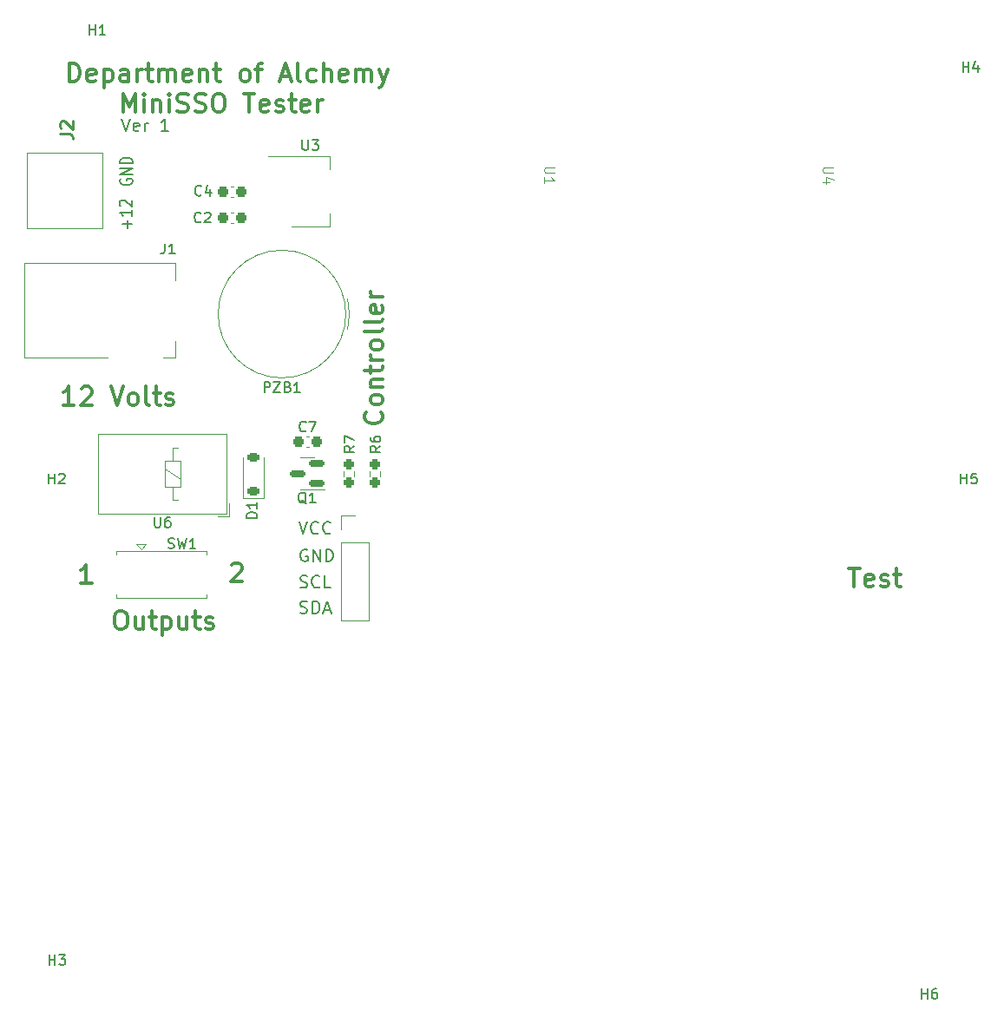
<source format=gto>
G04 #@! TF.GenerationSoftware,KiCad,Pcbnew,7.0.1*
G04 #@! TF.CreationDate,2023-05-15T21:33:36-05:00*
G04 #@! TF.ProjectId,MiniSSO-Tester,4d696e69-5353-44f2-9d54-65737465722e,1*
G04 #@! TF.SameCoordinates,Original*
G04 #@! TF.FileFunction,Legend,Top*
G04 #@! TF.FilePolarity,Positive*
%FSLAX46Y46*%
G04 Gerber Fmt 4.6, Leading zero omitted, Abs format (unit mm)*
G04 Created by KiCad (PCBNEW 7.0.1) date 2023-05-15 21:33:36*
%MOMM*%
%LPD*%
G01*
G04 APERTURE LIST*
G04 Aperture macros list*
%AMRoundRect*
0 Rectangle with rounded corners*
0 $1 Rounding radius*
0 $2 $3 $4 $5 $6 $7 $8 $9 X,Y pos of 4 corners*
0 Add a 4 corners polygon primitive as box body*
4,1,4,$2,$3,$4,$5,$6,$7,$8,$9,$2,$3,0*
0 Add four circle primitives for the rounded corners*
1,1,$1+$1,$2,$3*
1,1,$1+$1,$4,$5*
1,1,$1+$1,$6,$7*
1,1,$1+$1,$8,$9*
0 Add four rect primitives between the rounded corners*
20,1,$1+$1,$2,$3,$4,$5,0*
20,1,$1+$1,$4,$5,$6,$7,0*
20,1,$1+$1,$6,$7,$8,$9,0*
20,1,$1+$1,$8,$9,$2,$3,0*%
G04 Aperture macros list end*
%ADD10C,0.200000*%
%ADD11C,0.300000*%
%ADD12C,0.150000*%
%ADD13C,0.254000*%
%ADD14C,0.100000*%
%ADD15C,0.120000*%
%ADD16C,3.200000*%
%ADD17R,1.700000X1.700000*%
%ADD18O,1.700000X1.700000*%
%ADD19RoundRect,0.237500X0.300000X0.237500X-0.300000X0.237500X-0.300000X-0.237500X0.300000X-0.237500X0*%
%ADD20C,2.700000*%
%ADD21RoundRect,0.237500X-0.300000X-0.237500X0.300000X-0.237500X0.300000X0.237500X-0.300000X0.237500X0*%
%ADD22RoundRect,0.237500X-0.237500X0.250000X-0.237500X-0.250000X0.237500X-0.250000X0.237500X0.250000X0*%
%ADD23RoundRect,0.225000X0.375000X-0.225000X0.375000X0.225000X-0.375000X0.225000X-0.375000X-0.225000X0*%
%ADD24C,1.950000*%
%ADD25R,1.524000X1.524000*%
%ADD26C,1.524000*%
%ADD27O,2.200000X3.500000*%
%ADD28R,1.500000X2.500000*%
%ADD29O,1.500000X2.500000*%
%ADD30R,2.000000X1.500000*%
%ADD31R,2.000000X3.800000*%
%ADD32R,2.000000X2.000000*%
%ADD33C,2.000000*%
%ADD34C,2.286000*%
%ADD35C,4.500000*%
%ADD36RoundRect,0.150000X0.587500X0.150000X-0.587500X0.150000X-0.587500X-0.150000X0.587500X-0.150000X0*%
%ADD37C,3.810000*%
%ADD38R,2.000000X4.500000*%
%ADD39O,2.000000X4.000000*%
%ADD40O,4.000000X2.000000*%
%ADD41RoundRect,0.237500X0.237500X-0.250000X0.237500X0.250000X-0.237500X0.250000X-0.237500X-0.250000X0*%
G04 APERTURE END LIST*
D10*
X79478571Y-119596000D02*
X79650000Y-119653142D01*
X79650000Y-119653142D02*
X79935714Y-119653142D01*
X79935714Y-119653142D02*
X80050000Y-119596000D01*
X80050000Y-119596000D02*
X80107142Y-119538857D01*
X80107142Y-119538857D02*
X80164285Y-119424571D01*
X80164285Y-119424571D02*
X80164285Y-119310285D01*
X80164285Y-119310285D02*
X80107142Y-119196000D01*
X80107142Y-119196000D02*
X80050000Y-119138857D01*
X80050000Y-119138857D02*
X79935714Y-119081714D01*
X79935714Y-119081714D02*
X79707142Y-119024571D01*
X79707142Y-119024571D02*
X79592857Y-118967428D01*
X79592857Y-118967428D02*
X79535714Y-118910285D01*
X79535714Y-118910285D02*
X79478571Y-118796000D01*
X79478571Y-118796000D02*
X79478571Y-118681714D01*
X79478571Y-118681714D02*
X79535714Y-118567428D01*
X79535714Y-118567428D02*
X79592857Y-118510285D01*
X79592857Y-118510285D02*
X79707142Y-118453142D01*
X79707142Y-118453142D02*
X79992857Y-118453142D01*
X79992857Y-118453142D02*
X80164285Y-118510285D01*
X80678571Y-119653142D02*
X80678571Y-118453142D01*
X80678571Y-118453142D02*
X80964285Y-118453142D01*
X80964285Y-118453142D02*
X81135714Y-118510285D01*
X81135714Y-118510285D02*
X81249999Y-118624571D01*
X81249999Y-118624571D02*
X81307142Y-118738857D01*
X81307142Y-118738857D02*
X81364285Y-118967428D01*
X81364285Y-118967428D02*
X81364285Y-119138857D01*
X81364285Y-119138857D02*
X81307142Y-119367428D01*
X81307142Y-119367428D02*
X81249999Y-119481714D01*
X81249999Y-119481714D02*
X81135714Y-119596000D01*
X81135714Y-119596000D02*
X80964285Y-119653142D01*
X80964285Y-119653142D02*
X80678571Y-119653142D01*
X81821428Y-119310285D02*
X82392857Y-119310285D01*
X81707142Y-119653142D02*
X82107142Y-118453142D01*
X82107142Y-118453142D02*
X82507142Y-119653142D01*
X79478571Y-117096000D02*
X79650000Y-117153142D01*
X79650000Y-117153142D02*
X79935714Y-117153142D01*
X79935714Y-117153142D02*
X80050000Y-117096000D01*
X80050000Y-117096000D02*
X80107142Y-117038857D01*
X80107142Y-117038857D02*
X80164285Y-116924571D01*
X80164285Y-116924571D02*
X80164285Y-116810285D01*
X80164285Y-116810285D02*
X80107142Y-116696000D01*
X80107142Y-116696000D02*
X80050000Y-116638857D01*
X80050000Y-116638857D02*
X79935714Y-116581714D01*
X79935714Y-116581714D02*
X79707142Y-116524571D01*
X79707142Y-116524571D02*
X79592857Y-116467428D01*
X79592857Y-116467428D02*
X79535714Y-116410285D01*
X79535714Y-116410285D02*
X79478571Y-116296000D01*
X79478571Y-116296000D02*
X79478571Y-116181714D01*
X79478571Y-116181714D02*
X79535714Y-116067428D01*
X79535714Y-116067428D02*
X79592857Y-116010285D01*
X79592857Y-116010285D02*
X79707142Y-115953142D01*
X79707142Y-115953142D02*
X79992857Y-115953142D01*
X79992857Y-115953142D02*
X80164285Y-116010285D01*
X81364285Y-117038857D02*
X81307142Y-117096000D01*
X81307142Y-117096000D02*
X81135714Y-117153142D01*
X81135714Y-117153142D02*
X81021428Y-117153142D01*
X81021428Y-117153142D02*
X80849999Y-117096000D01*
X80849999Y-117096000D02*
X80735714Y-116981714D01*
X80735714Y-116981714D02*
X80678571Y-116867428D01*
X80678571Y-116867428D02*
X80621428Y-116638857D01*
X80621428Y-116638857D02*
X80621428Y-116467428D01*
X80621428Y-116467428D02*
X80678571Y-116238857D01*
X80678571Y-116238857D02*
X80735714Y-116124571D01*
X80735714Y-116124571D02*
X80849999Y-116010285D01*
X80849999Y-116010285D02*
X81021428Y-115953142D01*
X81021428Y-115953142D02*
X81135714Y-115953142D01*
X81135714Y-115953142D02*
X81307142Y-116010285D01*
X81307142Y-116010285D02*
X81364285Y-116067428D01*
X82449999Y-117153142D02*
X81878571Y-117153142D01*
X81878571Y-117153142D02*
X81878571Y-115953142D01*
X80164285Y-113460285D02*
X80050000Y-113403142D01*
X80050000Y-113403142D02*
X79878571Y-113403142D01*
X79878571Y-113403142D02*
X79707142Y-113460285D01*
X79707142Y-113460285D02*
X79592857Y-113574571D01*
X79592857Y-113574571D02*
X79535714Y-113688857D01*
X79535714Y-113688857D02*
X79478571Y-113917428D01*
X79478571Y-113917428D02*
X79478571Y-114088857D01*
X79478571Y-114088857D02*
X79535714Y-114317428D01*
X79535714Y-114317428D02*
X79592857Y-114431714D01*
X79592857Y-114431714D02*
X79707142Y-114546000D01*
X79707142Y-114546000D02*
X79878571Y-114603142D01*
X79878571Y-114603142D02*
X79992857Y-114603142D01*
X79992857Y-114603142D02*
X80164285Y-114546000D01*
X80164285Y-114546000D02*
X80221428Y-114488857D01*
X80221428Y-114488857D02*
X80221428Y-114088857D01*
X80221428Y-114088857D02*
X79992857Y-114088857D01*
X80735714Y-114603142D02*
X80735714Y-113403142D01*
X80735714Y-113403142D02*
X81421428Y-114603142D01*
X81421428Y-114603142D02*
X81421428Y-113403142D01*
X81992857Y-114603142D02*
X81992857Y-113403142D01*
X81992857Y-113403142D02*
X82278571Y-113403142D01*
X82278571Y-113403142D02*
X82450000Y-113460285D01*
X82450000Y-113460285D02*
X82564285Y-113574571D01*
X82564285Y-113574571D02*
X82621428Y-113688857D01*
X82621428Y-113688857D02*
X82678571Y-113917428D01*
X82678571Y-113917428D02*
X82678571Y-114088857D01*
X82678571Y-114088857D02*
X82621428Y-114317428D01*
X82621428Y-114317428D02*
X82564285Y-114431714D01*
X82564285Y-114431714D02*
X82450000Y-114546000D01*
X82450000Y-114546000D02*
X82278571Y-114603142D01*
X82278571Y-114603142D02*
X81992857Y-114603142D01*
X79364285Y-110703142D02*
X79764285Y-111903142D01*
X79764285Y-111903142D02*
X80164285Y-110703142D01*
X81249999Y-111788857D02*
X81192856Y-111846000D01*
X81192856Y-111846000D02*
X81021428Y-111903142D01*
X81021428Y-111903142D02*
X80907142Y-111903142D01*
X80907142Y-111903142D02*
X80735713Y-111846000D01*
X80735713Y-111846000D02*
X80621428Y-111731714D01*
X80621428Y-111731714D02*
X80564285Y-111617428D01*
X80564285Y-111617428D02*
X80507142Y-111388857D01*
X80507142Y-111388857D02*
X80507142Y-111217428D01*
X80507142Y-111217428D02*
X80564285Y-110988857D01*
X80564285Y-110988857D02*
X80621428Y-110874571D01*
X80621428Y-110874571D02*
X80735713Y-110760285D01*
X80735713Y-110760285D02*
X80907142Y-110703142D01*
X80907142Y-110703142D02*
X81021428Y-110703142D01*
X81021428Y-110703142D02*
X81192856Y-110760285D01*
X81192856Y-110760285D02*
X81249999Y-110817428D01*
X82449999Y-111788857D02*
X82392856Y-111846000D01*
X82392856Y-111846000D02*
X82221428Y-111903142D01*
X82221428Y-111903142D02*
X82107142Y-111903142D01*
X82107142Y-111903142D02*
X81935713Y-111846000D01*
X81935713Y-111846000D02*
X81821428Y-111731714D01*
X81821428Y-111731714D02*
X81764285Y-111617428D01*
X81764285Y-111617428D02*
X81707142Y-111388857D01*
X81707142Y-111388857D02*
X81707142Y-111217428D01*
X81707142Y-111217428D02*
X81764285Y-110988857D01*
X81764285Y-110988857D02*
X81821428Y-110874571D01*
X81821428Y-110874571D02*
X81935713Y-110760285D01*
X81935713Y-110760285D02*
X82107142Y-110703142D01*
X82107142Y-110703142D02*
X82221428Y-110703142D01*
X82221428Y-110703142D02*
X82392856Y-110760285D01*
X82392856Y-110760285D02*
X82449999Y-110817428D01*
D11*
X57421428Y-99329714D02*
X56392857Y-99329714D01*
X56907142Y-99329714D02*
X56907142Y-97529714D01*
X56907142Y-97529714D02*
X56735714Y-97786857D01*
X56735714Y-97786857D02*
X56564285Y-97958285D01*
X56564285Y-97958285D02*
X56392857Y-98044000D01*
X58107143Y-97701142D02*
X58192857Y-97615428D01*
X58192857Y-97615428D02*
X58364286Y-97529714D01*
X58364286Y-97529714D02*
X58792857Y-97529714D01*
X58792857Y-97529714D02*
X58964286Y-97615428D01*
X58964286Y-97615428D02*
X59050000Y-97701142D01*
X59050000Y-97701142D02*
X59135714Y-97872571D01*
X59135714Y-97872571D02*
X59135714Y-98044000D01*
X59135714Y-98044000D02*
X59050000Y-98301142D01*
X59050000Y-98301142D02*
X58021428Y-99329714D01*
X58021428Y-99329714D02*
X59135714Y-99329714D01*
X61021429Y-97529714D02*
X61621429Y-99329714D01*
X61621429Y-99329714D02*
X62221429Y-97529714D01*
X63078572Y-99329714D02*
X62907143Y-99244000D01*
X62907143Y-99244000D02*
X62821429Y-99158285D01*
X62821429Y-99158285D02*
X62735715Y-98986857D01*
X62735715Y-98986857D02*
X62735715Y-98472571D01*
X62735715Y-98472571D02*
X62821429Y-98301142D01*
X62821429Y-98301142D02*
X62907143Y-98215428D01*
X62907143Y-98215428D02*
X63078572Y-98129714D01*
X63078572Y-98129714D02*
X63335715Y-98129714D01*
X63335715Y-98129714D02*
X63507143Y-98215428D01*
X63507143Y-98215428D02*
X63592858Y-98301142D01*
X63592858Y-98301142D02*
X63678572Y-98472571D01*
X63678572Y-98472571D02*
X63678572Y-98986857D01*
X63678572Y-98986857D02*
X63592858Y-99158285D01*
X63592858Y-99158285D02*
X63507143Y-99244000D01*
X63507143Y-99244000D02*
X63335715Y-99329714D01*
X63335715Y-99329714D02*
X63078572Y-99329714D01*
X64707143Y-99329714D02*
X64535714Y-99244000D01*
X64535714Y-99244000D02*
X64450000Y-99072571D01*
X64450000Y-99072571D02*
X64450000Y-97529714D01*
X65135714Y-98129714D02*
X65821428Y-98129714D01*
X65392857Y-97529714D02*
X65392857Y-99072571D01*
X65392857Y-99072571D02*
X65478571Y-99244000D01*
X65478571Y-99244000D02*
X65650000Y-99329714D01*
X65650000Y-99329714D02*
X65821428Y-99329714D01*
X66335714Y-99244000D02*
X66507142Y-99329714D01*
X66507142Y-99329714D02*
X66849999Y-99329714D01*
X66849999Y-99329714D02*
X67021428Y-99244000D01*
X67021428Y-99244000D02*
X67107142Y-99072571D01*
X67107142Y-99072571D02*
X67107142Y-98986857D01*
X67107142Y-98986857D02*
X67021428Y-98815428D01*
X67021428Y-98815428D02*
X66849999Y-98729714D01*
X66849999Y-98729714D02*
X66592857Y-98729714D01*
X66592857Y-98729714D02*
X66421428Y-98644000D01*
X66421428Y-98644000D02*
X66335714Y-98472571D01*
X66335714Y-98472571D02*
X66335714Y-98386857D01*
X66335714Y-98386857D02*
X66421428Y-98215428D01*
X66421428Y-98215428D02*
X66592857Y-98129714D01*
X66592857Y-98129714D02*
X66849999Y-98129714D01*
X66849999Y-98129714D02*
X67021428Y-98215428D01*
X61821428Y-119379714D02*
X62164285Y-119379714D01*
X62164285Y-119379714D02*
X62335714Y-119465428D01*
X62335714Y-119465428D02*
X62507142Y-119636857D01*
X62507142Y-119636857D02*
X62592857Y-119979714D01*
X62592857Y-119979714D02*
X62592857Y-120579714D01*
X62592857Y-120579714D02*
X62507142Y-120922571D01*
X62507142Y-120922571D02*
X62335714Y-121094000D01*
X62335714Y-121094000D02*
X62164285Y-121179714D01*
X62164285Y-121179714D02*
X61821428Y-121179714D01*
X61821428Y-121179714D02*
X61650000Y-121094000D01*
X61650000Y-121094000D02*
X61478571Y-120922571D01*
X61478571Y-120922571D02*
X61392857Y-120579714D01*
X61392857Y-120579714D02*
X61392857Y-119979714D01*
X61392857Y-119979714D02*
X61478571Y-119636857D01*
X61478571Y-119636857D02*
X61650000Y-119465428D01*
X61650000Y-119465428D02*
X61821428Y-119379714D01*
X64135714Y-119979714D02*
X64135714Y-121179714D01*
X63364285Y-119979714D02*
X63364285Y-120922571D01*
X63364285Y-120922571D02*
X63449999Y-121094000D01*
X63449999Y-121094000D02*
X63621428Y-121179714D01*
X63621428Y-121179714D02*
X63878571Y-121179714D01*
X63878571Y-121179714D02*
X64049999Y-121094000D01*
X64049999Y-121094000D02*
X64135714Y-121008285D01*
X64735713Y-119979714D02*
X65421427Y-119979714D01*
X64992856Y-119379714D02*
X64992856Y-120922571D01*
X64992856Y-120922571D02*
X65078570Y-121094000D01*
X65078570Y-121094000D02*
X65249999Y-121179714D01*
X65249999Y-121179714D02*
X65421427Y-121179714D01*
X66021427Y-119979714D02*
X66021427Y-121779714D01*
X66021427Y-120065428D02*
X66192856Y-119979714D01*
X66192856Y-119979714D02*
X66535713Y-119979714D01*
X66535713Y-119979714D02*
X66707141Y-120065428D01*
X66707141Y-120065428D02*
X66792856Y-120151142D01*
X66792856Y-120151142D02*
X66878570Y-120322571D01*
X66878570Y-120322571D02*
X66878570Y-120836857D01*
X66878570Y-120836857D02*
X66792856Y-121008285D01*
X66792856Y-121008285D02*
X66707141Y-121094000D01*
X66707141Y-121094000D02*
X66535713Y-121179714D01*
X66535713Y-121179714D02*
X66192856Y-121179714D01*
X66192856Y-121179714D02*
X66021427Y-121094000D01*
X68421427Y-119979714D02*
X68421427Y-121179714D01*
X67649998Y-119979714D02*
X67649998Y-120922571D01*
X67649998Y-120922571D02*
X67735712Y-121094000D01*
X67735712Y-121094000D02*
X67907141Y-121179714D01*
X67907141Y-121179714D02*
X68164284Y-121179714D01*
X68164284Y-121179714D02*
X68335712Y-121094000D01*
X68335712Y-121094000D02*
X68421427Y-121008285D01*
X69021426Y-119979714D02*
X69707140Y-119979714D01*
X69278569Y-119379714D02*
X69278569Y-120922571D01*
X69278569Y-120922571D02*
X69364283Y-121094000D01*
X69364283Y-121094000D02*
X69535712Y-121179714D01*
X69535712Y-121179714D02*
X69707140Y-121179714D01*
X70221426Y-121094000D02*
X70392854Y-121179714D01*
X70392854Y-121179714D02*
X70735711Y-121179714D01*
X70735711Y-121179714D02*
X70907140Y-121094000D01*
X70907140Y-121094000D02*
X70992854Y-120922571D01*
X70992854Y-120922571D02*
X70992854Y-120836857D01*
X70992854Y-120836857D02*
X70907140Y-120665428D01*
X70907140Y-120665428D02*
X70735711Y-120579714D01*
X70735711Y-120579714D02*
X70478569Y-120579714D01*
X70478569Y-120579714D02*
X70307140Y-120494000D01*
X70307140Y-120494000D02*
X70221426Y-120322571D01*
X70221426Y-120322571D02*
X70221426Y-120236857D01*
X70221426Y-120236857D02*
X70307140Y-120065428D01*
X70307140Y-120065428D02*
X70478569Y-119979714D01*
X70478569Y-119979714D02*
X70735711Y-119979714D01*
X70735711Y-119979714D02*
X70907140Y-120065428D01*
X72792857Y-114951142D02*
X72878571Y-114865428D01*
X72878571Y-114865428D02*
X73050000Y-114779714D01*
X73050000Y-114779714D02*
X73478571Y-114779714D01*
X73478571Y-114779714D02*
X73650000Y-114865428D01*
X73650000Y-114865428D02*
X73735714Y-114951142D01*
X73735714Y-114951142D02*
X73821428Y-115122571D01*
X73821428Y-115122571D02*
X73821428Y-115294000D01*
X73821428Y-115294000D02*
X73735714Y-115551142D01*
X73735714Y-115551142D02*
X72707142Y-116579714D01*
X72707142Y-116579714D02*
X73821428Y-116579714D01*
X59121428Y-116729714D02*
X58092857Y-116729714D01*
X58607142Y-116729714D02*
X58607142Y-114929714D01*
X58607142Y-114929714D02*
X58435714Y-115186857D01*
X58435714Y-115186857D02*
X58264285Y-115358285D01*
X58264285Y-115358285D02*
X58092857Y-115444000D01*
X133021428Y-115279714D02*
X134050000Y-115279714D01*
X133535714Y-117079714D02*
X133535714Y-115279714D01*
X135335714Y-116994000D02*
X135164286Y-117079714D01*
X135164286Y-117079714D02*
X134821429Y-117079714D01*
X134821429Y-117079714D02*
X134650000Y-116994000D01*
X134650000Y-116994000D02*
X134564286Y-116822571D01*
X134564286Y-116822571D02*
X134564286Y-116136857D01*
X134564286Y-116136857D02*
X134650000Y-115965428D01*
X134650000Y-115965428D02*
X134821429Y-115879714D01*
X134821429Y-115879714D02*
X135164286Y-115879714D01*
X135164286Y-115879714D02*
X135335714Y-115965428D01*
X135335714Y-115965428D02*
X135421429Y-116136857D01*
X135421429Y-116136857D02*
X135421429Y-116308285D01*
X135421429Y-116308285D02*
X134564286Y-116479714D01*
X136107143Y-116994000D02*
X136278571Y-117079714D01*
X136278571Y-117079714D02*
X136621428Y-117079714D01*
X136621428Y-117079714D02*
X136792857Y-116994000D01*
X136792857Y-116994000D02*
X136878571Y-116822571D01*
X136878571Y-116822571D02*
X136878571Y-116736857D01*
X136878571Y-116736857D02*
X136792857Y-116565428D01*
X136792857Y-116565428D02*
X136621428Y-116479714D01*
X136621428Y-116479714D02*
X136364286Y-116479714D01*
X136364286Y-116479714D02*
X136192857Y-116394000D01*
X136192857Y-116394000D02*
X136107143Y-116222571D01*
X136107143Y-116222571D02*
X136107143Y-116136857D01*
X136107143Y-116136857D02*
X136192857Y-115965428D01*
X136192857Y-115965428D02*
X136364286Y-115879714D01*
X136364286Y-115879714D02*
X136621428Y-115879714D01*
X136621428Y-115879714D02*
X136792857Y-115965428D01*
X137392857Y-115879714D02*
X138078571Y-115879714D01*
X137650000Y-115279714D02*
X137650000Y-116822571D01*
X137650000Y-116822571D02*
X137735714Y-116994000D01*
X137735714Y-116994000D02*
X137907143Y-117079714D01*
X137907143Y-117079714D02*
X138078571Y-117079714D01*
X87358285Y-99992857D02*
X87444000Y-100078571D01*
X87444000Y-100078571D02*
X87529714Y-100335714D01*
X87529714Y-100335714D02*
X87529714Y-100507142D01*
X87529714Y-100507142D02*
X87444000Y-100764285D01*
X87444000Y-100764285D02*
X87272571Y-100935714D01*
X87272571Y-100935714D02*
X87101142Y-101021428D01*
X87101142Y-101021428D02*
X86758285Y-101107142D01*
X86758285Y-101107142D02*
X86501142Y-101107142D01*
X86501142Y-101107142D02*
X86158285Y-101021428D01*
X86158285Y-101021428D02*
X85986857Y-100935714D01*
X85986857Y-100935714D02*
X85815428Y-100764285D01*
X85815428Y-100764285D02*
X85729714Y-100507142D01*
X85729714Y-100507142D02*
X85729714Y-100335714D01*
X85729714Y-100335714D02*
X85815428Y-100078571D01*
X85815428Y-100078571D02*
X85901142Y-99992857D01*
X87529714Y-98964285D02*
X87444000Y-99135714D01*
X87444000Y-99135714D02*
X87358285Y-99221428D01*
X87358285Y-99221428D02*
X87186857Y-99307142D01*
X87186857Y-99307142D02*
X86672571Y-99307142D01*
X86672571Y-99307142D02*
X86501142Y-99221428D01*
X86501142Y-99221428D02*
X86415428Y-99135714D01*
X86415428Y-99135714D02*
X86329714Y-98964285D01*
X86329714Y-98964285D02*
X86329714Y-98707142D01*
X86329714Y-98707142D02*
X86415428Y-98535714D01*
X86415428Y-98535714D02*
X86501142Y-98450000D01*
X86501142Y-98450000D02*
X86672571Y-98364285D01*
X86672571Y-98364285D02*
X87186857Y-98364285D01*
X87186857Y-98364285D02*
X87358285Y-98450000D01*
X87358285Y-98450000D02*
X87444000Y-98535714D01*
X87444000Y-98535714D02*
X87529714Y-98707142D01*
X87529714Y-98707142D02*
X87529714Y-98964285D01*
X86329714Y-97592857D02*
X87529714Y-97592857D01*
X86501142Y-97592857D02*
X86415428Y-97507143D01*
X86415428Y-97507143D02*
X86329714Y-97335714D01*
X86329714Y-97335714D02*
X86329714Y-97078571D01*
X86329714Y-97078571D02*
X86415428Y-96907143D01*
X86415428Y-96907143D02*
X86586857Y-96821429D01*
X86586857Y-96821429D02*
X87529714Y-96821429D01*
X86329714Y-96221429D02*
X86329714Y-95535715D01*
X85729714Y-95964286D02*
X87272571Y-95964286D01*
X87272571Y-95964286D02*
X87444000Y-95878572D01*
X87444000Y-95878572D02*
X87529714Y-95707143D01*
X87529714Y-95707143D02*
X87529714Y-95535715D01*
X87529714Y-94935715D02*
X86329714Y-94935715D01*
X86672571Y-94935715D02*
X86501142Y-94850001D01*
X86501142Y-94850001D02*
X86415428Y-94764287D01*
X86415428Y-94764287D02*
X86329714Y-94592858D01*
X86329714Y-94592858D02*
X86329714Y-94421429D01*
X87529714Y-93564286D02*
X87444000Y-93735715D01*
X87444000Y-93735715D02*
X87358285Y-93821429D01*
X87358285Y-93821429D02*
X87186857Y-93907143D01*
X87186857Y-93907143D02*
X86672571Y-93907143D01*
X86672571Y-93907143D02*
X86501142Y-93821429D01*
X86501142Y-93821429D02*
X86415428Y-93735715D01*
X86415428Y-93735715D02*
X86329714Y-93564286D01*
X86329714Y-93564286D02*
X86329714Y-93307143D01*
X86329714Y-93307143D02*
X86415428Y-93135715D01*
X86415428Y-93135715D02*
X86501142Y-93050001D01*
X86501142Y-93050001D02*
X86672571Y-92964286D01*
X86672571Y-92964286D02*
X87186857Y-92964286D01*
X87186857Y-92964286D02*
X87358285Y-93050001D01*
X87358285Y-93050001D02*
X87444000Y-93135715D01*
X87444000Y-93135715D02*
X87529714Y-93307143D01*
X87529714Y-93307143D02*
X87529714Y-93564286D01*
X87529714Y-91935715D02*
X87444000Y-92107144D01*
X87444000Y-92107144D02*
X87272571Y-92192858D01*
X87272571Y-92192858D02*
X85729714Y-92192858D01*
X87529714Y-90992858D02*
X87444000Y-91164287D01*
X87444000Y-91164287D02*
X87272571Y-91250001D01*
X87272571Y-91250001D02*
X85729714Y-91250001D01*
X87444000Y-89621430D02*
X87529714Y-89792858D01*
X87529714Y-89792858D02*
X87529714Y-90135716D01*
X87529714Y-90135716D02*
X87444000Y-90307144D01*
X87444000Y-90307144D02*
X87272571Y-90392858D01*
X87272571Y-90392858D02*
X86586857Y-90392858D01*
X86586857Y-90392858D02*
X86415428Y-90307144D01*
X86415428Y-90307144D02*
X86329714Y-90135716D01*
X86329714Y-90135716D02*
X86329714Y-89792858D01*
X86329714Y-89792858D02*
X86415428Y-89621430D01*
X86415428Y-89621430D02*
X86586857Y-89535716D01*
X86586857Y-89535716D02*
X86758285Y-89535716D01*
X86758285Y-89535716D02*
X86929714Y-90392858D01*
X87529714Y-88764287D02*
X86329714Y-88764287D01*
X86672571Y-88764287D02*
X86501142Y-88678573D01*
X86501142Y-88678573D02*
X86415428Y-88592859D01*
X86415428Y-88592859D02*
X86329714Y-88421430D01*
X86329714Y-88421430D02*
X86329714Y-88250001D01*
D10*
X61960285Y-77288095D02*
X61903142Y-77383333D01*
X61903142Y-77383333D02*
X61903142Y-77526190D01*
X61903142Y-77526190D02*
X61960285Y-77669047D01*
X61960285Y-77669047D02*
X62074571Y-77764285D01*
X62074571Y-77764285D02*
X62188857Y-77811904D01*
X62188857Y-77811904D02*
X62417428Y-77859523D01*
X62417428Y-77859523D02*
X62588857Y-77859523D01*
X62588857Y-77859523D02*
X62817428Y-77811904D01*
X62817428Y-77811904D02*
X62931714Y-77764285D01*
X62931714Y-77764285D02*
X63046000Y-77669047D01*
X63046000Y-77669047D02*
X63103142Y-77526190D01*
X63103142Y-77526190D02*
X63103142Y-77430952D01*
X63103142Y-77430952D02*
X63046000Y-77288095D01*
X63046000Y-77288095D02*
X62988857Y-77240476D01*
X62988857Y-77240476D02*
X62588857Y-77240476D01*
X62588857Y-77240476D02*
X62588857Y-77430952D01*
X63103142Y-76811904D02*
X61903142Y-76811904D01*
X61903142Y-76811904D02*
X63103142Y-76240476D01*
X63103142Y-76240476D02*
X61903142Y-76240476D01*
X63103142Y-75764285D02*
X61903142Y-75764285D01*
X61903142Y-75764285D02*
X61903142Y-75526190D01*
X61903142Y-75526190D02*
X61960285Y-75383333D01*
X61960285Y-75383333D02*
X62074571Y-75288095D01*
X62074571Y-75288095D02*
X62188857Y-75240476D01*
X62188857Y-75240476D02*
X62417428Y-75192857D01*
X62417428Y-75192857D02*
X62588857Y-75192857D01*
X62588857Y-75192857D02*
X62817428Y-75240476D01*
X62817428Y-75240476D02*
X62931714Y-75288095D01*
X62931714Y-75288095D02*
X63046000Y-75383333D01*
X63046000Y-75383333D02*
X63103142Y-75526190D01*
X63103142Y-75526190D02*
X63103142Y-75764285D01*
X62596000Y-82061904D02*
X62596000Y-81300000D01*
X63053142Y-81680952D02*
X62138857Y-81680952D01*
X63053142Y-80300000D02*
X63053142Y-80871428D01*
X63053142Y-80585714D02*
X61853142Y-80585714D01*
X61853142Y-80585714D02*
X62024571Y-80680952D01*
X62024571Y-80680952D02*
X62138857Y-80776190D01*
X62138857Y-80776190D02*
X62196000Y-80871428D01*
X61967428Y-79919047D02*
X61910285Y-79871428D01*
X61910285Y-79871428D02*
X61853142Y-79776190D01*
X61853142Y-79776190D02*
X61853142Y-79538095D01*
X61853142Y-79538095D02*
X61910285Y-79442857D01*
X61910285Y-79442857D02*
X61967428Y-79395238D01*
X61967428Y-79395238D02*
X62081714Y-79347619D01*
X62081714Y-79347619D02*
X62196000Y-79347619D01*
X62196000Y-79347619D02*
X62367428Y-79395238D01*
X62367428Y-79395238D02*
X63053142Y-79966666D01*
X63053142Y-79966666D02*
X63053142Y-79347619D01*
X62064285Y-71403142D02*
X62464285Y-72603142D01*
X62464285Y-72603142D02*
X62864285Y-71403142D01*
X63721428Y-72546000D02*
X63607142Y-72603142D01*
X63607142Y-72603142D02*
X63378571Y-72603142D01*
X63378571Y-72603142D02*
X63264285Y-72546000D01*
X63264285Y-72546000D02*
X63207142Y-72431714D01*
X63207142Y-72431714D02*
X63207142Y-71974571D01*
X63207142Y-71974571D02*
X63264285Y-71860285D01*
X63264285Y-71860285D02*
X63378571Y-71803142D01*
X63378571Y-71803142D02*
X63607142Y-71803142D01*
X63607142Y-71803142D02*
X63721428Y-71860285D01*
X63721428Y-71860285D02*
X63778571Y-71974571D01*
X63778571Y-71974571D02*
X63778571Y-72088857D01*
X63778571Y-72088857D02*
X63207142Y-72203142D01*
X64292856Y-72603142D02*
X64292856Y-71803142D01*
X64292856Y-72031714D02*
X64349999Y-71917428D01*
X64349999Y-71917428D02*
X64407142Y-71860285D01*
X64407142Y-71860285D02*
X64521427Y-71803142D01*
X64521427Y-71803142D02*
X64635713Y-71803142D01*
X66578570Y-72603142D02*
X65892856Y-72603142D01*
X66235713Y-72603142D02*
X66235713Y-71403142D01*
X66235713Y-71403142D02*
X66121427Y-71574571D01*
X66121427Y-71574571D02*
X66007142Y-71688857D01*
X66007142Y-71688857D02*
X65892856Y-71746000D01*
D11*
X62178571Y-70729714D02*
X62178571Y-68929714D01*
X62178571Y-68929714D02*
X62778571Y-70215428D01*
X62778571Y-70215428D02*
X63378571Y-68929714D01*
X63378571Y-68929714D02*
X63378571Y-70729714D01*
X64235714Y-70729714D02*
X64235714Y-69529714D01*
X64235714Y-68929714D02*
X64150000Y-69015428D01*
X64150000Y-69015428D02*
X64235714Y-69101142D01*
X64235714Y-69101142D02*
X64321428Y-69015428D01*
X64321428Y-69015428D02*
X64235714Y-68929714D01*
X64235714Y-68929714D02*
X64235714Y-69101142D01*
X65092857Y-69529714D02*
X65092857Y-70729714D01*
X65092857Y-69701142D02*
X65178571Y-69615428D01*
X65178571Y-69615428D02*
X65350000Y-69529714D01*
X65350000Y-69529714D02*
X65607143Y-69529714D01*
X65607143Y-69529714D02*
X65778571Y-69615428D01*
X65778571Y-69615428D02*
X65864286Y-69786857D01*
X65864286Y-69786857D02*
X65864286Y-70729714D01*
X66721428Y-70729714D02*
X66721428Y-69529714D01*
X66721428Y-68929714D02*
X66635714Y-69015428D01*
X66635714Y-69015428D02*
X66721428Y-69101142D01*
X66721428Y-69101142D02*
X66807142Y-69015428D01*
X66807142Y-69015428D02*
X66721428Y-68929714D01*
X66721428Y-68929714D02*
X66721428Y-69101142D01*
X67492857Y-70644000D02*
X67750000Y-70729714D01*
X67750000Y-70729714D02*
X68178571Y-70729714D01*
X68178571Y-70729714D02*
X68350000Y-70644000D01*
X68350000Y-70644000D02*
X68435714Y-70558285D01*
X68435714Y-70558285D02*
X68521428Y-70386857D01*
X68521428Y-70386857D02*
X68521428Y-70215428D01*
X68521428Y-70215428D02*
X68435714Y-70044000D01*
X68435714Y-70044000D02*
X68350000Y-69958285D01*
X68350000Y-69958285D02*
X68178571Y-69872571D01*
X68178571Y-69872571D02*
X67835714Y-69786857D01*
X67835714Y-69786857D02*
X67664285Y-69701142D01*
X67664285Y-69701142D02*
X67578571Y-69615428D01*
X67578571Y-69615428D02*
X67492857Y-69444000D01*
X67492857Y-69444000D02*
X67492857Y-69272571D01*
X67492857Y-69272571D02*
X67578571Y-69101142D01*
X67578571Y-69101142D02*
X67664285Y-69015428D01*
X67664285Y-69015428D02*
X67835714Y-68929714D01*
X67835714Y-68929714D02*
X68264285Y-68929714D01*
X68264285Y-68929714D02*
X68521428Y-69015428D01*
X69207143Y-70644000D02*
X69464286Y-70729714D01*
X69464286Y-70729714D02*
X69892857Y-70729714D01*
X69892857Y-70729714D02*
X70064286Y-70644000D01*
X70064286Y-70644000D02*
X70150000Y-70558285D01*
X70150000Y-70558285D02*
X70235714Y-70386857D01*
X70235714Y-70386857D02*
X70235714Y-70215428D01*
X70235714Y-70215428D02*
X70150000Y-70044000D01*
X70150000Y-70044000D02*
X70064286Y-69958285D01*
X70064286Y-69958285D02*
X69892857Y-69872571D01*
X69892857Y-69872571D02*
X69550000Y-69786857D01*
X69550000Y-69786857D02*
X69378571Y-69701142D01*
X69378571Y-69701142D02*
X69292857Y-69615428D01*
X69292857Y-69615428D02*
X69207143Y-69444000D01*
X69207143Y-69444000D02*
X69207143Y-69272571D01*
X69207143Y-69272571D02*
X69292857Y-69101142D01*
X69292857Y-69101142D02*
X69378571Y-69015428D01*
X69378571Y-69015428D02*
X69550000Y-68929714D01*
X69550000Y-68929714D02*
X69978571Y-68929714D01*
X69978571Y-68929714D02*
X70235714Y-69015428D01*
X71350000Y-68929714D02*
X71692857Y-68929714D01*
X71692857Y-68929714D02*
X71864286Y-69015428D01*
X71864286Y-69015428D02*
X72035714Y-69186857D01*
X72035714Y-69186857D02*
X72121429Y-69529714D01*
X72121429Y-69529714D02*
X72121429Y-70129714D01*
X72121429Y-70129714D02*
X72035714Y-70472571D01*
X72035714Y-70472571D02*
X71864286Y-70644000D01*
X71864286Y-70644000D02*
X71692857Y-70729714D01*
X71692857Y-70729714D02*
X71350000Y-70729714D01*
X71350000Y-70729714D02*
X71178572Y-70644000D01*
X71178572Y-70644000D02*
X71007143Y-70472571D01*
X71007143Y-70472571D02*
X70921429Y-70129714D01*
X70921429Y-70129714D02*
X70921429Y-69529714D01*
X70921429Y-69529714D02*
X71007143Y-69186857D01*
X71007143Y-69186857D02*
X71178572Y-69015428D01*
X71178572Y-69015428D02*
X71350000Y-68929714D01*
X74007143Y-68929714D02*
X75035715Y-68929714D01*
X74521429Y-70729714D02*
X74521429Y-68929714D01*
X76321429Y-70644000D02*
X76150001Y-70729714D01*
X76150001Y-70729714D02*
X75807144Y-70729714D01*
X75807144Y-70729714D02*
X75635715Y-70644000D01*
X75635715Y-70644000D02*
X75550001Y-70472571D01*
X75550001Y-70472571D02*
X75550001Y-69786857D01*
X75550001Y-69786857D02*
X75635715Y-69615428D01*
X75635715Y-69615428D02*
X75807144Y-69529714D01*
X75807144Y-69529714D02*
X76150001Y-69529714D01*
X76150001Y-69529714D02*
X76321429Y-69615428D01*
X76321429Y-69615428D02*
X76407144Y-69786857D01*
X76407144Y-69786857D02*
X76407144Y-69958285D01*
X76407144Y-69958285D02*
X75550001Y-70129714D01*
X77092858Y-70644000D02*
X77264286Y-70729714D01*
X77264286Y-70729714D02*
X77607143Y-70729714D01*
X77607143Y-70729714D02*
X77778572Y-70644000D01*
X77778572Y-70644000D02*
X77864286Y-70472571D01*
X77864286Y-70472571D02*
X77864286Y-70386857D01*
X77864286Y-70386857D02*
X77778572Y-70215428D01*
X77778572Y-70215428D02*
X77607143Y-70129714D01*
X77607143Y-70129714D02*
X77350001Y-70129714D01*
X77350001Y-70129714D02*
X77178572Y-70044000D01*
X77178572Y-70044000D02*
X77092858Y-69872571D01*
X77092858Y-69872571D02*
X77092858Y-69786857D01*
X77092858Y-69786857D02*
X77178572Y-69615428D01*
X77178572Y-69615428D02*
X77350001Y-69529714D01*
X77350001Y-69529714D02*
X77607143Y-69529714D01*
X77607143Y-69529714D02*
X77778572Y-69615428D01*
X78378572Y-69529714D02*
X79064286Y-69529714D01*
X78635715Y-68929714D02*
X78635715Y-70472571D01*
X78635715Y-70472571D02*
X78721429Y-70644000D01*
X78721429Y-70644000D02*
X78892858Y-70729714D01*
X78892858Y-70729714D02*
X79064286Y-70729714D01*
X80350000Y-70644000D02*
X80178572Y-70729714D01*
X80178572Y-70729714D02*
X79835715Y-70729714D01*
X79835715Y-70729714D02*
X79664286Y-70644000D01*
X79664286Y-70644000D02*
X79578572Y-70472571D01*
X79578572Y-70472571D02*
X79578572Y-69786857D01*
X79578572Y-69786857D02*
X79664286Y-69615428D01*
X79664286Y-69615428D02*
X79835715Y-69529714D01*
X79835715Y-69529714D02*
X80178572Y-69529714D01*
X80178572Y-69529714D02*
X80350000Y-69615428D01*
X80350000Y-69615428D02*
X80435715Y-69786857D01*
X80435715Y-69786857D02*
X80435715Y-69958285D01*
X80435715Y-69958285D02*
X79578572Y-70129714D01*
X81207143Y-70729714D02*
X81207143Y-69529714D01*
X81207143Y-69872571D02*
X81292857Y-69701142D01*
X81292857Y-69701142D02*
X81378572Y-69615428D01*
X81378572Y-69615428D02*
X81550000Y-69529714D01*
X81550000Y-69529714D02*
X81721429Y-69529714D01*
X56978571Y-67779714D02*
X56978571Y-65979714D01*
X56978571Y-65979714D02*
X57407142Y-65979714D01*
X57407142Y-65979714D02*
X57664285Y-66065428D01*
X57664285Y-66065428D02*
X57835714Y-66236857D01*
X57835714Y-66236857D02*
X57921428Y-66408285D01*
X57921428Y-66408285D02*
X58007142Y-66751142D01*
X58007142Y-66751142D02*
X58007142Y-67008285D01*
X58007142Y-67008285D02*
X57921428Y-67351142D01*
X57921428Y-67351142D02*
X57835714Y-67522571D01*
X57835714Y-67522571D02*
X57664285Y-67694000D01*
X57664285Y-67694000D02*
X57407142Y-67779714D01*
X57407142Y-67779714D02*
X56978571Y-67779714D01*
X59464285Y-67694000D02*
X59292857Y-67779714D01*
X59292857Y-67779714D02*
X58950000Y-67779714D01*
X58950000Y-67779714D02*
X58778571Y-67694000D01*
X58778571Y-67694000D02*
X58692857Y-67522571D01*
X58692857Y-67522571D02*
X58692857Y-66836857D01*
X58692857Y-66836857D02*
X58778571Y-66665428D01*
X58778571Y-66665428D02*
X58950000Y-66579714D01*
X58950000Y-66579714D02*
X59292857Y-66579714D01*
X59292857Y-66579714D02*
X59464285Y-66665428D01*
X59464285Y-66665428D02*
X59550000Y-66836857D01*
X59550000Y-66836857D02*
X59550000Y-67008285D01*
X59550000Y-67008285D02*
X58692857Y-67179714D01*
X60321428Y-66579714D02*
X60321428Y-68379714D01*
X60321428Y-66665428D02*
X60492857Y-66579714D01*
X60492857Y-66579714D02*
X60835714Y-66579714D01*
X60835714Y-66579714D02*
X61007142Y-66665428D01*
X61007142Y-66665428D02*
X61092857Y-66751142D01*
X61092857Y-66751142D02*
X61178571Y-66922571D01*
X61178571Y-66922571D02*
X61178571Y-67436857D01*
X61178571Y-67436857D02*
X61092857Y-67608285D01*
X61092857Y-67608285D02*
X61007142Y-67694000D01*
X61007142Y-67694000D02*
X60835714Y-67779714D01*
X60835714Y-67779714D02*
X60492857Y-67779714D01*
X60492857Y-67779714D02*
X60321428Y-67694000D01*
X62721428Y-67779714D02*
X62721428Y-66836857D01*
X62721428Y-66836857D02*
X62635713Y-66665428D01*
X62635713Y-66665428D02*
X62464285Y-66579714D01*
X62464285Y-66579714D02*
X62121428Y-66579714D01*
X62121428Y-66579714D02*
X61949999Y-66665428D01*
X62721428Y-67694000D02*
X62549999Y-67779714D01*
X62549999Y-67779714D02*
X62121428Y-67779714D01*
X62121428Y-67779714D02*
X61949999Y-67694000D01*
X61949999Y-67694000D02*
X61864285Y-67522571D01*
X61864285Y-67522571D02*
X61864285Y-67351142D01*
X61864285Y-67351142D02*
X61949999Y-67179714D01*
X61949999Y-67179714D02*
X62121428Y-67094000D01*
X62121428Y-67094000D02*
X62549999Y-67094000D01*
X62549999Y-67094000D02*
X62721428Y-67008285D01*
X63578570Y-67779714D02*
X63578570Y-66579714D01*
X63578570Y-66922571D02*
X63664284Y-66751142D01*
X63664284Y-66751142D02*
X63749999Y-66665428D01*
X63749999Y-66665428D02*
X63921427Y-66579714D01*
X63921427Y-66579714D02*
X64092856Y-66579714D01*
X64435713Y-66579714D02*
X65121427Y-66579714D01*
X64692856Y-65979714D02*
X64692856Y-67522571D01*
X64692856Y-67522571D02*
X64778570Y-67694000D01*
X64778570Y-67694000D02*
X64949999Y-67779714D01*
X64949999Y-67779714D02*
X65121427Y-67779714D01*
X65721427Y-67779714D02*
X65721427Y-66579714D01*
X65721427Y-66751142D02*
X65807141Y-66665428D01*
X65807141Y-66665428D02*
X65978570Y-66579714D01*
X65978570Y-66579714D02*
X66235713Y-66579714D01*
X66235713Y-66579714D02*
X66407141Y-66665428D01*
X66407141Y-66665428D02*
X66492856Y-66836857D01*
X66492856Y-66836857D02*
X66492856Y-67779714D01*
X66492856Y-66836857D02*
X66578570Y-66665428D01*
X66578570Y-66665428D02*
X66749998Y-66579714D01*
X66749998Y-66579714D02*
X67007141Y-66579714D01*
X67007141Y-66579714D02*
X67178570Y-66665428D01*
X67178570Y-66665428D02*
X67264284Y-66836857D01*
X67264284Y-66836857D02*
X67264284Y-67779714D01*
X68807141Y-67694000D02*
X68635713Y-67779714D01*
X68635713Y-67779714D02*
X68292856Y-67779714D01*
X68292856Y-67779714D02*
X68121427Y-67694000D01*
X68121427Y-67694000D02*
X68035713Y-67522571D01*
X68035713Y-67522571D02*
X68035713Y-66836857D01*
X68035713Y-66836857D02*
X68121427Y-66665428D01*
X68121427Y-66665428D02*
X68292856Y-66579714D01*
X68292856Y-66579714D02*
X68635713Y-66579714D01*
X68635713Y-66579714D02*
X68807141Y-66665428D01*
X68807141Y-66665428D02*
X68892856Y-66836857D01*
X68892856Y-66836857D02*
X68892856Y-67008285D01*
X68892856Y-67008285D02*
X68035713Y-67179714D01*
X69664284Y-66579714D02*
X69664284Y-67779714D01*
X69664284Y-66751142D02*
X69749998Y-66665428D01*
X69749998Y-66665428D02*
X69921427Y-66579714D01*
X69921427Y-66579714D02*
X70178570Y-66579714D01*
X70178570Y-66579714D02*
X70349998Y-66665428D01*
X70349998Y-66665428D02*
X70435713Y-66836857D01*
X70435713Y-66836857D02*
X70435713Y-67779714D01*
X71035712Y-66579714D02*
X71721426Y-66579714D01*
X71292855Y-65979714D02*
X71292855Y-67522571D01*
X71292855Y-67522571D02*
X71378569Y-67694000D01*
X71378569Y-67694000D02*
X71549998Y-67779714D01*
X71549998Y-67779714D02*
X71721426Y-67779714D01*
X73949998Y-67779714D02*
X73778569Y-67694000D01*
X73778569Y-67694000D02*
X73692855Y-67608285D01*
X73692855Y-67608285D02*
X73607141Y-67436857D01*
X73607141Y-67436857D02*
X73607141Y-66922571D01*
X73607141Y-66922571D02*
X73692855Y-66751142D01*
X73692855Y-66751142D02*
X73778569Y-66665428D01*
X73778569Y-66665428D02*
X73949998Y-66579714D01*
X73949998Y-66579714D02*
X74207141Y-66579714D01*
X74207141Y-66579714D02*
X74378569Y-66665428D01*
X74378569Y-66665428D02*
X74464284Y-66751142D01*
X74464284Y-66751142D02*
X74549998Y-66922571D01*
X74549998Y-66922571D02*
X74549998Y-67436857D01*
X74549998Y-67436857D02*
X74464284Y-67608285D01*
X74464284Y-67608285D02*
X74378569Y-67694000D01*
X74378569Y-67694000D02*
X74207141Y-67779714D01*
X74207141Y-67779714D02*
X73949998Y-67779714D01*
X75064283Y-66579714D02*
X75749997Y-66579714D01*
X75321426Y-67779714D02*
X75321426Y-66236857D01*
X75321426Y-66236857D02*
X75407140Y-66065428D01*
X75407140Y-66065428D02*
X75578569Y-65979714D01*
X75578569Y-65979714D02*
X75749997Y-65979714D01*
X77635712Y-67265428D02*
X78492855Y-67265428D01*
X77464283Y-67779714D02*
X78064283Y-65979714D01*
X78064283Y-65979714D02*
X78664283Y-67779714D01*
X79521426Y-67779714D02*
X79349997Y-67694000D01*
X79349997Y-67694000D02*
X79264283Y-67522571D01*
X79264283Y-67522571D02*
X79264283Y-65979714D01*
X80978569Y-67694000D02*
X80807140Y-67779714D01*
X80807140Y-67779714D02*
X80464283Y-67779714D01*
X80464283Y-67779714D02*
X80292854Y-67694000D01*
X80292854Y-67694000D02*
X80207140Y-67608285D01*
X80207140Y-67608285D02*
X80121426Y-67436857D01*
X80121426Y-67436857D02*
X80121426Y-66922571D01*
X80121426Y-66922571D02*
X80207140Y-66751142D01*
X80207140Y-66751142D02*
X80292854Y-66665428D01*
X80292854Y-66665428D02*
X80464283Y-66579714D01*
X80464283Y-66579714D02*
X80807140Y-66579714D01*
X80807140Y-66579714D02*
X80978569Y-66665428D01*
X81749997Y-67779714D02*
X81749997Y-65979714D01*
X82521426Y-67779714D02*
X82521426Y-66836857D01*
X82521426Y-66836857D02*
X82435711Y-66665428D01*
X82435711Y-66665428D02*
X82264283Y-66579714D01*
X82264283Y-66579714D02*
X82007140Y-66579714D01*
X82007140Y-66579714D02*
X81835711Y-66665428D01*
X81835711Y-66665428D02*
X81749997Y-66751142D01*
X84064282Y-67694000D02*
X83892854Y-67779714D01*
X83892854Y-67779714D02*
X83549997Y-67779714D01*
X83549997Y-67779714D02*
X83378568Y-67694000D01*
X83378568Y-67694000D02*
X83292854Y-67522571D01*
X83292854Y-67522571D02*
X83292854Y-66836857D01*
X83292854Y-66836857D02*
X83378568Y-66665428D01*
X83378568Y-66665428D02*
X83549997Y-66579714D01*
X83549997Y-66579714D02*
X83892854Y-66579714D01*
X83892854Y-66579714D02*
X84064282Y-66665428D01*
X84064282Y-66665428D02*
X84149997Y-66836857D01*
X84149997Y-66836857D02*
X84149997Y-67008285D01*
X84149997Y-67008285D02*
X83292854Y-67179714D01*
X84921425Y-67779714D02*
X84921425Y-66579714D01*
X84921425Y-66751142D02*
X85007139Y-66665428D01*
X85007139Y-66665428D02*
X85178568Y-66579714D01*
X85178568Y-66579714D02*
X85435711Y-66579714D01*
X85435711Y-66579714D02*
X85607139Y-66665428D01*
X85607139Y-66665428D02*
X85692854Y-66836857D01*
X85692854Y-66836857D02*
X85692854Y-67779714D01*
X85692854Y-66836857D02*
X85778568Y-66665428D01*
X85778568Y-66665428D02*
X85949996Y-66579714D01*
X85949996Y-66579714D02*
X86207139Y-66579714D01*
X86207139Y-66579714D02*
X86378568Y-66665428D01*
X86378568Y-66665428D02*
X86464282Y-66836857D01*
X86464282Y-66836857D02*
X86464282Y-67779714D01*
X87149996Y-66579714D02*
X87578568Y-67779714D01*
X88007139Y-66579714D02*
X87578568Y-67779714D01*
X87578568Y-67779714D02*
X87407139Y-68208285D01*
X87407139Y-68208285D02*
X87321425Y-68294000D01*
X87321425Y-68294000D02*
X87149996Y-68379714D01*
D12*
X69783333Y-81417380D02*
X69735714Y-81465000D01*
X69735714Y-81465000D02*
X69592857Y-81512619D01*
X69592857Y-81512619D02*
X69497619Y-81512619D01*
X69497619Y-81512619D02*
X69354762Y-81465000D01*
X69354762Y-81465000D02*
X69259524Y-81369761D01*
X69259524Y-81369761D02*
X69211905Y-81274523D01*
X69211905Y-81274523D02*
X69164286Y-81084047D01*
X69164286Y-81084047D02*
X69164286Y-80941190D01*
X69164286Y-80941190D02*
X69211905Y-80750714D01*
X69211905Y-80750714D02*
X69259524Y-80655476D01*
X69259524Y-80655476D02*
X69354762Y-80560238D01*
X69354762Y-80560238D02*
X69497619Y-80512619D01*
X69497619Y-80512619D02*
X69592857Y-80512619D01*
X69592857Y-80512619D02*
X69735714Y-80560238D01*
X69735714Y-80560238D02*
X69783333Y-80607857D01*
X70164286Y-80607857D02*
X70211905Y-80560238D01*
X70211905Y-80560238D02*
X70307143Y-80512619D01*
X70307143Y-80512619D02*
X70545238Y-80512619D01*
X70545238Y-80512619D02*
X70640476Y-80560238D01*
X70640476Y-80560238D02*
X70688095Y-80607857D01*
X70688095Y-80607857D02*
X70735714Y-80703095D01*
X70735714Y-80703095D02*
X70735714Y-80798333D01*
X70735714Y-80798333D02*
X70688095Y-80941190D01*
X70688095Y-80941190D02*
X70116667Y-81512619D01*
X70116667Y-81512619D02*
X70735714Y-81512619D01*
X58888095Y-63212619D02*
X58888095Y-62212619D01*
X58888095Y-62688809D02*
X59459523Y-62688809D01*
X59459523Y-63212619D02*
X59459523Y-62212619D01*
X60459523Y-63212619D02*
X59888095Y-63212619D01*
X60173809Y-63212619D02*
X60173809Y-62212619D01*
X60173809Y-62212619D02*
X60078571Y-62355476D01*
X60078571Y-62355476D02*
X59983333Y-62450714D01*
X59983333Y-62450714D02*
X59888095Y-62498333D01*
X80033333Y-101837380D02*
X79985714Y-101885000D01*
X79985714Y-101885000D02*
X79842857Y-101932619D01*
X79842857Y-101932619D02*
X79747619Y-101932619D01*
X79747619Y-101932619D02*
X79604762Y-101885000D01*
X79604762Y-101885000D02*
X79509524Y-101789761D01*
X79509524Y-101789761D02*
X79461905Y-101694523D01*
X79461905Y-101694523D02*
X79414286Y-101504047D01*
X79414286Y-101504047D02*
X79414286Y-101361190D01*
X79414286Y-101361190D02*
X79461905Y-101170714D01*
X79461905Y-101170714D02*
X79509524Y-101075476D01*
X79509524Y-101075476D02*
X79604762Y-100980238D01*
X79604762Y-100980238D02*
X79747619Y-100932619D01*
X79747619Y-100932619D02*
X79842857Y-100932619D01*
X79842857Y-100932619D02*
X79985714Y-100980238D01*
X79985714Y-100980238D02*
X80033333Y-101027857D01*
X80366667Y-100932619D02*
X81033333Y-100932619D01*
X81033333Y-100932619D02*
X80604762Y-101932619D01*
X87312619Y-103316666D02*
X86836428Y-103649999D01*
X87312619Y-103888094D02*
X86312619Y-103888094D01*
X86312619Y-103888094D02*
X86312619Y-103507142D01*
X86312619Y-103507142D02*
X86360238Y-103411904D01*
X86360238Y-103411904D02*
X86407857Y-103364285D01*
X86407857Y-103364285D02*
X86503095Y-103316666D01*
X86503095Y-103316666D02*
X86645952Y-103316666D01*
X86645952Y-103316666D02*
X86741190Y-103364285D01*
X86741190Y-103364285D02*
X86788809Y-103411904D01*
X86788809Y-103411904D02*
X86836428Y-103507142D01*
X86836428Y-103507142D02*
X86836428Y-103888094D01*
X86312619Y-102459523D02*
X86312619Y-102649999D01*
X86312619Y-102649999D02*
X86360238Y-102745237D01*
X86360238Y-102745237D02*
X86407857Y-102792856D01*
X86407857Y-102792856D02*
X86550714Y-102888094D01*
X86550714Y-102888094D02*
X86741190Y-102935713D01*
X86741190Y-102935713D02*
X87122142Y-102935713D01*
X87122142Y-102935713D02*
X87217380Y-102888094D01*
X87217380Y-102888094D02*
X87265000Y-102840475D01*
X87265000Y-102840475D02*
X87312619Y-102745237D01*
X87312619Y-102745237D02*
X87312619Y-102554761D01*
X87312619Y-102554761D02*
X87265000Y-102459523D01*
X87265000Y-102459523D02*
X87217380Y-102411904D01*
X87217380Y-102411904D02*
X87122142Y-102364285D01*
X87122142Y-102364285D02*
X86884047Y-102364285D01*
X86884047Y-102364285D02*
X86788809Y-102411904D01*
X86788809Y-102411904D02*
X86741190Y-102459523D01*
X86741190Y-102459523D02*
X86693571Y-102554761D01*
X86693571Y-102554761D02*
X86693571Y-102745237D01*
X86693571Y-102745237D02*
X86741190Y-102840475D01*
X86741190Y-102840475D02*
X86788809Y-102888094D01*
X86788809Y-102888094D02*
X86884047Y-102935713D01*
X54938095Y-107012619D02*
X54938095Y-106012619D01*
X54938095Y-106488809D02*
X55509523Y-106488809D01*
X55509523Y-107012619D02*
X55509523Y-106012619D01*
X55938095Y-106107857D02*
X55985714Y-106060238D01*
X55985714Y-106060238D02*
X56080952Y-106012619D01*
X56080952Y-106012619D02*
X56319047Y-106012619D01*
X56319047Y-106012619D02*
X56414285Y-106060238D01*
X56414285Y-106060238D02*
X56461904Y-106107857D01*
X56461904Y-106107857D02*
X56509523Y-106203095D01*
X56509523Y-106203095D02*
X56509523Y-106298333D01*
X56509523Y-106298333D02*
X56461904Y-106441190D01*
X56461904Y-106441190D02*
X55890476Y-107012619D01*
X55890476Y-107012619D02*
X56509523Y-107012619D01*
X75262619Y-110338094D02*
X74262619Y-110338094D01*
X74262619Y-110338094D02*
X74262619Y-110099999D01*
X74262619Y-110099999D02*
X74310238Y-109957142D01*
X74310238Y-109957142D02*
X74405476Y-109861904D01*
X74405476Y-109861904D02*
X74500714Y-109814285D01*
X74500714Y-109814285D02*
X74691190Y-109766666D01*
X74691190Y-109766666D02*
X74834047Y-109766666D01*
X74834047Y-109766666D02*
X75024523Y-109814285D01*
X75024523Y-109814285D02*
X75119761Y-109861904D01*
X75119761Y-109861904D02*
X75215000Y-109957142D01*
X75215000Y-109957142D02*
X75262619Y-110099999D01*
X75262619Y-110099999D02*
X75262619Y-110338094D01*
X75262619Y-108814285D02*
X75262619Y-109385713D01*
X75262619Y-109099999D02*
X74262619Y-109099999D01*
X74262619Y-109099999D02*
X74405476Y-109195237D01*
X74405476Y-109195237D02*
X74500714Y-109290475D01*
X74500714Y-109290475D02*
X74548333Y-109385713D01*
X54988095Y-153962619D02*
X54988095Y-152962619D01*
X54988095Y-153438809D02*
X55559523Y-153438809D01*
X55559523Y-153962619D02*
X55559523Y-152962619D01*
X55940476Y-152962619D02*
X56559523Y-152962619D01*
X56559523Y-152962619D02*
X56226190Y-153343571D01*
X56226190Y-153343571D02*
X56369047Y-153343571D01*
X56369047Y-153343571D02*
X56464285Y-153391190D01*
X56464285Y-153391190D02*
X56511904Y-153438809D01*
X56511904Y-153438809D02*
X56559523Y-153534047D01*
X56559523Y-153534047D02*
X56559523Y-153772142D01*
X56559523Y-153772142D02*
X56511904Y-153867380D01*
X56511904Y-153867380D02*
X56464285Y-153915000D01*
X56464285Y-153915000D02*
X56369047Y-153962619D01*
X56369047Y-153962619D02*
X56083333Y-153962619D01*
X56083333Y-153962619D02*
X55988095Y-153915000D01*
X55988095Y-153915000D02*
X55940476Y-153867380D01*
X144138095Y-66812619D02*
X144138095Y-65812619D01*
X144138095Y-66288809D02*
X144709523Y-66288809D01*
X144709523Y-66812619D02*
X144709523Y-65812619D01*
X145614285Y-66145952D02*
X145614285Y-66812619D01*
X145376190Y-65765000D02*
X145138095Y-66479285D01*
X145138095Y-66479285D02*
X145757142Y-66479285D01*
D13*
X56017526Y-72873332D02*
X56924669Y-72873332D01*
X56924669Y-72873332D02*
X57106097Y-72933809D01*
X57106097Y-72933809D02*
X57227050Y-73054761D01*
X57227050Y-73054761D02*
X57287526Y-73236190D01*
X57287526Y-73236190D02*
X57287526Y-73357142D01*
X56138478Y-72329047D02*
X56078002Y-72268571D01*
X56078002Y-72268571D02*
X56017526Y-72147618D01*
X56017526Y-72147618D02*
X56017526Y-71845237D01*
X56017526Y-71845237D02*
X56078002Y-71724285D01*
X56078002Y-71724285D02*
X56138478Y-71663809D01*
X56138478Y-71663809D02*
X56259430Y-71603332D01*
X56259430Y-71603332D02*
X56380383Y-71603332D01*
X56380383Y-71603332D02*
X56561811Y-71663809D01*
X56561811Y-71663809D02*
X57287526Y-72389523D01*
X57287526Y-72389523D02*
X57287526Y-71603332D01*
D12*
X65263095Y-110257419D02*
X65263095Y-111066942D01*
X65263095Y-111066942D02*
X65310714Y-111162180D01*
X65310714Y-111162180D02*
X65358333Y-111209800D01*
X65358333Y-111209800D02*
X65453571Y-111257419D01*
X65453571Y-111257419D02*
X65644047Y-111257419D01*
X65644047Y-111257419D02*
X65739285Y-111209800D01*
X65739285Y-111209800D02*
X65786904Y-111162180D01*
X65786904Y-111162180D02*
X65834523Y-111066942D01*
X65834523Y-111066942D02*
X65834523Y-110257419D01*
X66739285Y-110257419D02*
X66548809Y-110257419D01*
X66548809Y-110257419D02*
X66453571Y-110305038D01*
X66453571Y-110305038D02*
X66405952Y-110352657D01*
X66405952Y-110352657D02*
X66310714Y-110495514D01*
X66310714Y-110495514D02*
X66263095Y-110685990D01*
X66263095Y-110685990D02*
X66263095Y-111066942D01*
X66263095Y-111066942D02*
X66310714Y-111162180D01*
X66310714Y-111162180D02*
X66358333Y-111209800D01*
X66358333Y-111209800D02*
X66453571Y-111257419D01*
X66453571Y-111257419D02*
X66644047Y-111257419D01*
X66644047Y-111257419D02*
X66739285Y-111209800D01*
X66739285Y-111209800D02*
X66786904Y-111162180D01*
X66786904Y-111162180D02*
X66834523Y-111066942D01*
X66834523Y-111066942D02*
X66834523Y-110828847D01*
X66834523Y-110828847D02*
X66786904Y-110733609D01*
X66786904Y-110733609D02*
X66739285Y-110685990D01*
X66739285Y-110685990D02*
X66644047Y-110638371D01*
X66644047Y-110638371D02*
X66453571Y-110638371D01*
X66453571Y-110638371D02*
X66358333Y-110685990D01*
X66358333Y-110685990D02*
X66310714Y-110733609D01*
X66310714Y-110733609D02*
X66263095Y-110828847D01*
X66606667Y-113275000D02*
X66749524Y-113322619D01*
X66749524Y-113322619D02*
X66987619Y-113322619D01*
X66987619Y-113322619D02*
X67082857Y-113275000D01*
X67082857Y-113275000D02*
X67130476Y-113227380D01*
X67130476Y-113227380D02*
X67178095Y-113132142D01*
X67178095Y-113132142D02*
X67178095Y-113036904D01*
X67178095Y-113036904D02*
X67130476Y-112941666D01*
X67130476Y-112941666D02*
X67082857Y-112894047D01*
X67082857Y-112894047D02*
X66987619Y-112846428D01*
X66987619Y-112846428D02*
X66797143Y-112798809D01*
X66797143Y-112798809D02*
X66701905Y-112751190D01*
X66701905Y-112751190D02*
X66654286Y-112703571D01*
X66654286Y-112703571D02*
X66606667Y-112608333D01*
X66606667Y-112608333D02*
X66606667Y-112513095D01*
X66606667Y-112513095D02*
X66654286Y-112417857D01*
X66654286Y-112417857D02*
X66701905Y-112370238D01*
X66701905Y-112370238D02*
X66797143Y-112322619D01*
X66797143Y-112322619D02*
X67035238Y-112322619D01*
X67035238Y-112322619D02*
X67178095Y-112370238D01*
X67511429Y-112322619D02*
X67749524Y-113322619D01*
X67749524Y-113322619D02*
X67940000Y-112608333D01*
X67940000Y-112608333D02*
X68130476Y-113322619D01*
X68130476Y-113322619D02*
X68368572Y-112322619D01*
X69273333Y-113322619D02*
X68701905Y-113322619D01*
X68987619Y-113322619D02*
X68987619Y-112322619D01*
X68987619Y-112322619D02*
X68892381Y-112465476D01*
X68892381Y-112465476D02*
X68797143Y-112560714D01*
X68797143Y-112560714D02*
X68701905Y-112608333D01*
X79688095Y-73462619D02*
X79688095Y-74272142D01*
X79688095Y-74272142D02*
X79735714Y-74367380D01*
X79735714Y-74367380D02*
X79783333Y-74415000D01*
X79783333Y-74415000D02*
X79878571Y-74462619D01*
X79878571Y-74462619D02*
X80069047Y-74462619D01*
X80069047Y-74462619D02*
X80164285Y-74415000D01*
X80164285Y-74415000D02*
X80211904Y-74367380D01*
X80211904Y-74367380D02*
X80259523Y-74272142D01*
X80259523Y-74272142D02*
X80259523Y-73462619D01*
X80640476Y-73462619D02*
X81259523Y-73462619D01*
X81259523Y-73462619D02*
X80926190Y-73843571D01*
X80926190Y-73843571D02*
X81069047Y-73843571D01*
X81069047Y-73843571D02*
X81164285Y-73891190D01*
X81164285Y-73891190D02*
X81211904Y-73938809D01*
X81211904Y-73938809D02*
X81259523Y-74034047D01*
X81259523Y-74034047D02*
X81259523Y-74272142D01*
X81259523Y-74272142D02*
X81211904Y-74367380D01*
X81211904Y-74367380D02*
X81164285Y-74415000D01*
X81164285Y-74415000D02*
X81069047Y-74462619D01*
X81069047Y-74462619D02*
X80783333Y-74462619D01*
X80783333Y-74462619D02*
X80688095Y-74415000D01*
X80688095Y-74415000D02*
X80640476Y-74367380D01*
X75985714Y-98082619D02*
X75985714Y-97082619D01*
X75985714Y-97082619D02*
X76366666Y-97082619D01*
X76366666Y-97082619D02*
X76461904Y-97130238D01*
X76461904Y-97130238D02*
X76509523Y-97177857D01*
X76509523Y-97177857D02*
X76557142Y-97273095D01*
X76557142Y-97273095D02*
X76557142Y-97415952D01*
X76557142Y-97415952D02*
X76509523Y-97511190D01*
X76509523Y-97511190D02*
X76461904Y-97558809D01*
X76461904Y-97558809D02*
X76366666Y-97606428D01*
X76366666Y-97606428D02*
X75985714Y-97606428D01*
X76890476Y-97082619D02*
X77557142Y-97082619D01*
X77557142Y-97082619D02*
X76890476Y-98082619D01*
X76890476Y-98082619D02*
X77557142Y-98082619D01*
X78271428Y-97558809D02*
X78414285Y-97606428D01*
X78414285Y-97606428D02*
X78461904Y-97654047D01*
X78461904Y-97654047D02*
X78509523Y-97749285D01*
X78509523Y-97749285D02*
X78509523Y-97892142D01*
X78509523Y-97892142D02*
X78461904Y-97987380D01*
X78461904Y-97987380D02*
X78414285Y-98035000D01*
X78414285Y-98035000D02*
X78319047Y-98082619D01*
X78319047Y-98082619D02*
X77938095Y-98082619D01*
X77938095Y-98082619D02*
X77938095Y-97082619D01*
X77938095Y-97082619D02*
X78271428Y-97082619D01*
X78271428Y-97082619D02*
X78366666Y-97130238D01*
X78366666Y-97130238D02*
X78414285Y-97177857D01*
X78414285Y-97177857D02*
X78461904Y-97273095D01*
X78461904Y-97273095D02*
X78461904Y-97368333D01*
X78461904Y-97368333D02*
X78414285Y-97463571D01*
X78414285Y-97463571D02*
X78366666Y-97511190D01*
X78366666Y-97511190D02*
X78271428Y-97558809D01*
X78271428Y-97558809D02*
X77938095Y-97558809D01*
X79461904Y-98082619D02*
X78890476Y-98082619D01*
X79176190Y-98082619D02*
X79176190Y-97082619D01*
X79176190Y-97082619D02*
X79080952Y-97225476D01*
X79080952Y-97225476D02*
X78985714Y-97320714D01*
X78985714Y-97320714D02*
X78890476Y-97368333D01*
D14*
X104274180Y-76112095D02*
X103464657Y-76112095D01*
X103464657Y-76112095D02*
X103369419Y-76159714D01*
X103369419Y-76159714D02*
X103321800Y-76207333D01*
X103321800Y-76207333D02*
X103274180Y-76302571D01*
X103274180Y-76302571D02*
X103274180Y-76493047D01*
X103274180Y-76493047D02*
X103321800Y-76588285D01*
X103321800Y-76588285D02*
X103369419Y-76635904D01*
X103369419Y-76635904D02*
X103464657Y-76683523D01*
X103464657Y-76683523D02*
X104274180Y-76683523D01*
X103274180Y-77683523D02*
X103274180Y-77112095D01*
X103274180Y-77397809D02*
X104274180Y-77397809D01*
X104274180Y-77397809D02*
X104131323Y-77302571D01*
X104131323Y-77302571D02*
X104036085Y-77207333D01*
X104036085Y-77207333D02*
X103988466Y-77112095D01*
D12*
X80067261Y-108957857D02*
X79972023Y-108910238D01*
X79972023Y-108910238D02*
X79876785Y-108815000D01*
X79876785Y-108815000D02*
X79733928Y-108672142D01*
X79733928Y-108672142D02*
X79638690Y-108624523D01*
X79638690Y-108624523D02*
X79543452Y-108624523D01*
X79591071Y-108862619D02*
X79495833Y-108815000D01*
X79495833Y-108815000D02*
X79400595Y-108719761D01*
X79400595Y-108719761D02*
X79352976Y-108529285D01*
X79352976Y-108529285D02*
X79352976Y-108195952D01*
X79352976Y-108195952D02*
X79400595Y-108005476D01*
X79400595Y-108005476D02*
X79495833Y-107910238D01*
X79495833Y-107910238D02*
X79591071Y-107862619D01*
X79591071Y-107862619D02*
X79781547Y-107862619D01*
X79781547Y-107862619D02*
X79876785Y-107910238D01*
X79876785Y-107910238D02*
X79972023Y-108005476D01*
X79972023Y-108005476D02*
X80019642Y-108195952D01*
X80019642Y-108195952D02*
X80019642Y-108529285D01*
X80019642Y-108529285D02*
X79972023Y-108719761D01*
X79972023Y-108719761D02*
X79876785Y-108815000D01*
X79876785Y-108815000D02*
X79781547Y-108862619D01*
X79781547Y-108862619D02*
X79591071Y-108862619D01*
X80972023Y-108862619D02*
X80400595Y-108862619D01*
X80686309Y-108862619D02*
X80686309Y-107862619D01*
X80686309Y-107862619D02*
X80591071Y-108005476D01*
X80591071Y-108005476D02*
X80495833Y-108100714D01*
X80495833Y-108100714D02*
X80400595Y-108148333D01*
D14*
X131474180Y-76112095D02*
X130664657Y-76112095D01*
X130664657Y-76112095D02*
X130569419Y-76159714D01*
X130569419Y-76159714D02*
X130521800Y-76207333D01*
X130521800Y-76207333D02*
X130474180Y-76302571D01*
X130474180Y-76302571D02*
X130474180Y-76493047D01*
X130474180Y-76493047D02*
X130521800Y-76588285D01*
X130521800Y-76588285D02*
X130569419Y-76635904D01*
X130569419Y-76635904D02*
X130664657Y-76683523D01*
X130664657Y-76683523D02*
X131474180Y-76683523D01*
X131140847Y-77588285D02*
X130474180Y-77588285D01*
X131521800Y-77350190D02*
X130807514Y-77112095D01*
X130807514Y-77112095D02*
X130807514Y-77731142D01*
D12*
X143938095Y-107012619D02*
X143938095Y-106012619D01*
X143938095Y-106488809D02*
X144509523Y-106488809D01*
X144509523Y-107012619D02*
X144509523Y-106012619D01*
X145461904Y-106012619D02*
X144985714Y-106012619D01*
X144985714Y-106012619D02*
X144938095Y-106488809D01*
X144938095Y-106488809D02*
X144985714Y-106441190D01*
X144985714Y-106441190D02*
X145080952Y-106393571D01*
X145080952Y-106393571D02*
X145319047Y-106393571D01*
X145319047Y-106393571D02*
X145414285Y-106441190D01*
X145414285Y-106441190D02*
X145461904Y-106488809D01*
X145461904Y-106488809D02*
X145509523Y-106584047D01*
X145509523Y-106584047D02*
X145509523Y-106822142D01*
X145509523Y-106822142D02*
X145461904Y-106917380D01*
X145461904Y-106917380D02*
X145414285Y-106965000D01*
X145414285Y-106965000D02*
X145319047Y-107012619D01*
X145319047Y-107012619D02*
X145080952Y-107012619D01*
X145080952Y-107012619D02*
X144985714Y-106965000D01*
X144985714Y-106965000D02*
X144938095Y-106917380D01*
X66266666Y-83562619D02*
X66266666Y-84276904D01*
X66266666Y-84276904D02*
X66219047Y-84419761D01*
X66219047Y-84419761D02*
X66123809Y-84515000D01*
X66123809Y-84515000D02*
X65980952Y-84562619D01*
X65980952Y-84562619D02*
X65885714Y-84562619D01*
X67266666Y-84562619D02*
X66695238Y-84562619D01*
X66980952Y-84562619D02*
X66980952Y-83562619D01*
X66980952Y-83562619D02*
X66885714Y-83705476D01*
X66885714Y-83705476D02*
X66790476Y-83800714D01*
X66790476Y-83800714D02*
X66695238Y-83848333D01*
X69833333Y-78817380D02*
X69785714Y-78865000D01*
X69785714Y-78865000D02*
X69642857Y-78912619D01*
X69642857Y-78912619D02*
X69547619Y-78912619D01*
X69547619Y-78912619D02*
X69404762Y-78865000D01*
X69404762Y-78865000D02*
X69309524Y-78769761D01*
X69309524Y-78769761D02*
X69261905Y-78674523D01*
X69261905Y-78674523D02*
X69214286Y-78484047D01*
X69214286Y-78484047D02*
X69214286Y-78341190D01*
X69214286Y-78341190D02*
X69261905Y-78150714D01*
X69261905Y-78150714D02*
X69309524Y-78055476D01*
X69309524Y-78055476D02*
X69404762Y-77960238D01*
X69404762Y-77960238D02*
X69547619Y-77912619D01*
X69547619Y-77912619D02*
X69642857Y-77912619D01*
X69642857Y-77912619D02*
X69785714Y-77960238D01*
X69785714Y-77960238D02*
X69833333Y-78007857D01*
X70690476Y-78245952D02*
X70690476Y-78912619D01*
X70452381Y-77865000D02*
X70214286Y-78579285D01*
X70214286Y-78579285D02*
X70833333Y-78579285D01*
X84762619Y-103316666D02*
X84286428Y-103649999D01*
X84762619Y-103888094D02*
X83762619Y-103888094D01*
X83762619Y-103888094D02*
X83762619Y-103507142D01*
X83762619Y-103507142D02*
X83810238Y-103411904D01*
X83810238Y-103411904D02*
X83857857Y-103364285D01*
X83857857Y-103364285D02*
X83953095Y-103316666D01*
X83953095Y-103316666D02*
X84095952Y-103316666D01*
X84095952Y-103316666D02*
X84191190Y-103364285D01*
X84191190Y-103364285D02*
X84238809Y-103411904D01*
X84238809Y-103411904D02*
X84286428Y-103507142D01*
X84286428Y-103507142D02*
X84286428Y-103888094D01*
X83762619Y-102983332D02*
X83762619Y-102316666D01*
X83762619Y-102316666D02*
X84762619Y-102745237D01*
X140088095Y-157262619D02*
X140088095Y-156262619D01*
X140088095Y-156738809D02*
X140659523Y-156738809D01*
X140659523Y-157262619D02*
X140659523Y-156262619D01*
X141564285Y-156262619D02*
X141373809Y-156262619D01*
X141373809Y-156262619D02*
X141278571Y-156310238D01*
X141278571Y-156310238D02*
X141230952Y-156357857D01*
X141230952Y-156357857D02*
X141135714Y-156500714D01*
X141135714Y-156500714D02*
X141088095Y-156691190D01*
X141088095Y-156691190D02*
X141088095Y-157072142D01*
X141088095Y-157072142D02*
X141135714Y-157167380D01*
X141135714Y-157167380D02*
X141183333Y-157215000D01*
X141183333Y-157215000D02*
X141278571Y-157262619D01*
X141278571Y-157262619D02*
X141469047Y-157262619D01*
X141469047Y-157262619D02*
X141564285Y-157215000D01*
X141564285Y-157215000D02*
X141611904Y-157167380D01*
X141611904Y-157167380D02*
X141659523Y-157072142D01*
X141659523Y-157072142D02*
X141659523Y-156834047D01*
X141659523Y-156834047D02*
X141611904Y-156738809D01*
X141611904Y-156738809D02*
X141564285Y-156691190D01*
X141564285Y-156691190D02*
X141469047Y-156643571D01*
X141469047Y-156643571D02*
X141278571Y-156643571D01*
X141278571Y-156643571D02*
X141183333Y-156691190D01*
X141183333Y-156691190D02*
X141135714Y-156738809D01*
X141135714Y-156738809D02*
X141088095Y-156834047D01*
D15*
X86130000Y-112700000D02*
X86130000Y-120380000D01*
X83470000Y-111430000D02*
X83470000Y-110100000D01*
X83470000Y-120380000D02*
X86130000Y-120380000D01*
X83470000Y-112700000D02*
X86130000Y-112700000D01*
X83470000Y-110100000D02*
X84800000Y-110100000D01*
X83470000Y-112700000D02*
X83470000Y-120380000D01*
X72976267Y-81550000D02*
X72683733Y-81550000D01*
X72976267Y-80530000D02*
X72683733Y-80530000D01*
X80053733Y-102390000D02*
X80346267Y-102390000D01*
X80053733Y-103410000D02*
X80346267Y-103410000D01*
X87312500Y-105757776D02*
X87312500Y-106267224D01*
X86267500Y-105757776D02*
X86267500Y-106267224D01*
X73915000Y-108405000D02*
X75915000Y-108405000D01*
X73915000Y-108405000D02*
X73915000Y-104395000D01*
X75915000Y-108405000D02*
X75915000Y-104395000D01*
D14*
X52800000Y-82100000D02*
X52800000Y-74700000D01*
X60200000Y-82100000D02*
X52800000Y-82100000D01*
X52800000Y-74700000D02*
X60200000Y-74700000D01*
X60200000Y-74700000D02*
X60200000Y-82100000D01*
D15*
X72552800Y-110210600D02*
X72552800Y-108877100D01*
X72285000Y-109955000D02*
X72285000Y-102135000D01*
X72285000Y-102135000D02*
X59765000Y-102135000D01*
X71409800Y-110210600D02*
X72552800Y-110210600D01*
X67803000Y-107315000D02*
X66279000Y-107315000D01*
X67803000Y-106553000D02*
X66279000Y-105537000D01*
X67803000Y-104775000D02*
X67803000Y-107315000D01*
X67549000Y-108585000D02*
X67041000Y-108585000D01*
X67041000Y-108585000D02*
X67041000Y-107315000D01*
X67041000Y-104775000D02*
X67041000Y-103505000D01*
X67041000Y-103505000D02*
X67549000Y-103505000D01*
X66279000Y-107315000D02*
X66279000Y-104775000D01*
X66279000Y-104775000D02*
X67803000Y-104775000D01*
X59765000Y-109955000D02*
X72285000Y-109955000D01*
X59765000Y-102135000D02*
X59765000Y-109955000D01*
X61540000Y-113590000D02*
X70360000Y-113590000D01*
X61540000Y-113900000D02*
X61540000Y-113590000D01*
X61540000Y-118110000D02*
X61540000Y-117800000D01*
X63450000Y-112890000D02*
X63950000Y-113390000D01*
X63950000Y-113390000D02*
X64450000Y-112890000D01*
X64450000Y-112890000D02*
X63450000Y-112890000D01*
X70360000Y-113590000D02*
X70360000Y-113900000D01*
X70360000Y-118110000D02*
X61540000Y-118110000D01*
X70360000Y-118110000D02*
X70360000Y-117800000D01*
X76350000Y-75090000D02*
X82360000Y-75090000D01*
X78600000Y-81910000D02*
X82360000Y-81910000D01*
X82360000Y-75090000D02*
X82360000Y-76350000D01*
X82360000Y-81910000D02*
X82360000Y-80650000D01*
X84100000Y-91950000D02*
G75*
G03*
X84100000Y-88950001I-6400000J1500000D01*
G01*
X83930000Y-90450000D02*
G75*
G03*
X83930000Y-90450000I-6230000J0D01*
G01*
X80162500Y-107560000D02*
X81837500Y-107560000D01*
X80162500Y-107560000D02*
X79512500Y-107560000D01*
X80162500Y-104440000D02*
X80812500Y-104440000D01*
X80162500Y-104440000D02*
X79512500Y-104440000D01*
X52580000Y-85480000D02*
X52580000Y-94720000D01*
X52580000Y-94720000D02*
X60700000Y-94720000D01*
X66100000Y-94720000D02*
X67320000Y-94720000D01*
X67320000Y-85480000D02*
X52580000Y-85480000D01*
X67320000Y-87150000D02*
X67320000Y-85480000D01*
X67320000Y-94720000D02*
X67320000Y-93050000D01*
X72976267Y-79010000D02*
X72683733Y-79010000D01*
X72976267Y-77990000D02*
X72683733Y-77990000D01*
X83727500Y-106267224D02*
X83727500Y-105757776D01*
X84772500Y-106267224D02*
X84772500Y-105757776D01*
%LPC*%
D16*
X59850000Y-126050000D03*
X59850000Y-151050000D03*
X139850000Y-126050000D03*
X139850000Y-151050000D03*
D17*
X84800000Y-111430000D03*
D18*
X84800000Y-113970000D03*
X84800000Y-116510000D03*
X84800000Y-119050000D03*
D19*
X73692500Y-81040000D03*
X71967500Y-81040000D03*
D20*
X55750000Y-62800000D03*
D21*
X79337500Y-102900000D03*
X81062500Y-102900000D03*
D22*
X86790000Y-105100000D03*
X86790000Y-106925000D03*
D20*
X55700000Y-109800000D03*
D23*
X74915000Y-107695000D03*
X74915000Y-104395000D03*
D20*
X55750000Y-156750000D03*
X144700000Y-62800000D03*
D24*
X56800000Y-80150000D03*
X56800000Y-76650000D03*
D25*
X71105000Y-108585000D03*
D26*
X71105000Y-103505000D03*
X68565000Y-108585000D03*
X68565000Y-103505000D03*
X60945000Y-108585000D03*
X60945000Y-103505000D03*
D27*
X61850000Y-115850000D03*
X70050000Y-115850000D03*
D28*
X63950000Y-115850000D03*
D29*
X65950000Y-115850000D03*
X67950000Y-115850000D03*
D30*
X77300000Y-76200000D03*
X77300000Y-78500000D03*
D31*
X83600000Y-78500000D03*
D30*
X77300000Y-80800000D03*
D32*
X80200000Y-90450000D03*
D33*
X75200000Y-90450000D03*
D34*
X110993000Y-110922200D03*
X91943000Y-110922200D03*
D18*
X91290800Y-69000000D03*
X91290800Y-71540000D03*
X91290800Y-74080000D03*
X91290800Y-76620000D03*
X91290800Y-79160000D03*
X91290800Y-81700000D03*
X91290800Y-84240000D03*
X91290800Y-86780000D03*
X91290800Y-89320000D03*
X91290800Y-91860000D03*
X91290800Y-94400000D03*
X91290800Y-96940000D03*
X91290800Y-99480000D03*
X91290800Y-102020000D03*
X91290800Y-104560000D03*
X91265400Y-107100000D03*
X111610800Y-107100000D03*
X111610800Y-104560000D03*
X111610800Y-102020000D03*
X111610800Y-99480000D03*
X111610800Y-96940000D03*
X111610800Y-94400000D03*
X111610800Y-91860000D03*
X111610800Y-89320000D03*
X111610800Y-86780000D03*
X111610800Y-84240000D03*
X111610800Y-81700000D03*
X111610800Y-79160000D03*
D35*
X92543000Y-65172200D03*
X110343000Y-65172200D03*
D36*
X81100000Y-106950000D03*
X81100000Y-105050000D03*
X79225000Y-106000000D03*
D18*
X118490800Y-69000000D03*
X118490800Y-71540000D03*
X118490800Y-74080000D03*
X118490800Y-76620000D03*
X118490800Y-79160000D03*
X118490800Y-81700000D03*
X118490800Y-84240000D03*
X118490800Y-86780000D03*
X118490800Y-89320000D03*
X118490800Y-91860000D03*
X118490800Y-94400000D03*
X118490800Y-96940000D03*
X118490800Y-99480000D03*
X118490800Y-102020000D03*
X118490800Y-104560000D03*
X118465400Y-107100000D03*
X138810800Y-107100000D03*
X138810800Y-104560000D03*
X138810800Y-102020000D03*
X138810800Y-99480000D03*
X138810800Y-96940000D03*
X138810800Y-94400000D03*
X138810800Y-91860000D03*
X138810800Y-89320000D03*
X138810800Y-86780000D03*
X138810800Y-84240000D03*
X138810800Y-81700000D03*
X138810800Y-79160000D03*
X136795200Y-74847600D03*
X136795200Y-72307600D03*
X130105200Y-66767600D03*
X126605200Y-66767600D03*
X125145200Y-109497600D03*
X128645200Y-109497600D03*
X132145200Y-109497600D03*
D35*
X119760800Y-65190000D03*
X137540800Y-65190000D03*
D37*
X119125800Y-110910000D03*
X138175800Y-110910000D03*
D20*
X144700000Y-109800000D03*
D38*
X66600000Y-90100000D03*
D39*
X60400000Y-90100000D03*
D40*
X63400000Y-94800000D03*
D19*
X73692500Y-78500000D03*
X71967500Y-78500000D03*
D41*
X84250000Y-106925000D03*
X84250000Y-105100000D03*
D20*
X144700000Y-156700000D03*
M02*

</source>
